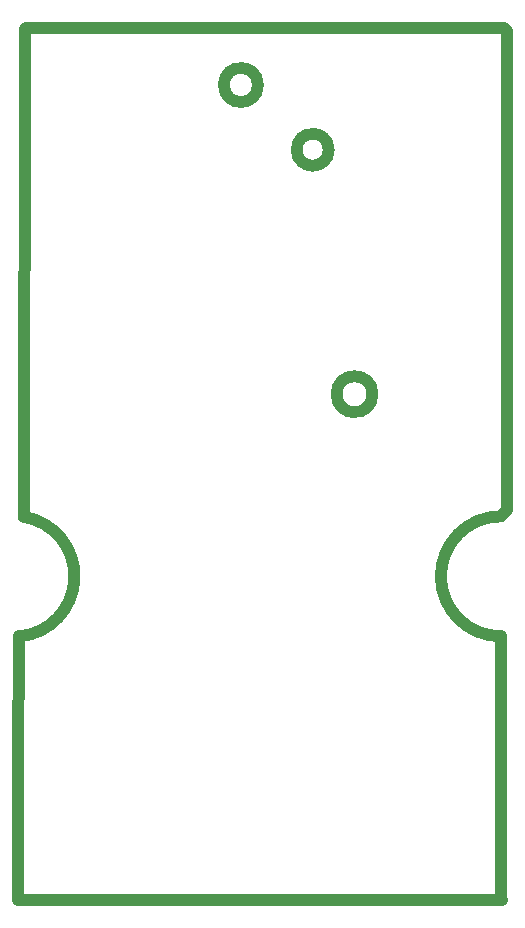
<source format=gbr>
%FSLAX34Y34*%
%MOMM*%
%LNOUTLINE*%
G71*
G01*
%ADD10C, 1.00*%
%LPD*%
G54D10*
G75*
G01X-424555Y477194D02*
G03X-421022Y578372I-4445J50806D01*
G01*
G54D10*
G75*
G01X-17000Y578800D02*
G03X-17000Y477200I0J-50800D01*
G01*
G54D10*
X-17000Y477200D02*
X-17000Y255298D01*
X-15957Y254255D01*
X-414894Y254255D01*
X-425406Y253954D01*
X-425450Y368300D01*
X-424555Y477194D01*
G54D10*
X-421022Y578372D02*
X-420213Y991311D01*
X-419331Y992193D01*
X-14534Y992193D01*
X-11702Y989362D01*
X-11702Y584098D01*
X-17000Y578800D01*
G54D10*
G75*
G01X-189850Y889200D02*
G03X-189850Y889200I13550J0D01*
G01*
G54D10*
G75*
G01X-251550Y944000D02*
G03X-251550Y944000I14450J0D01*
G01*
G54D10*
G75*
G01X-156150Y682200D02*
G03X-156150Y682200I15250J0D01*
G01*
M02*

</source>
